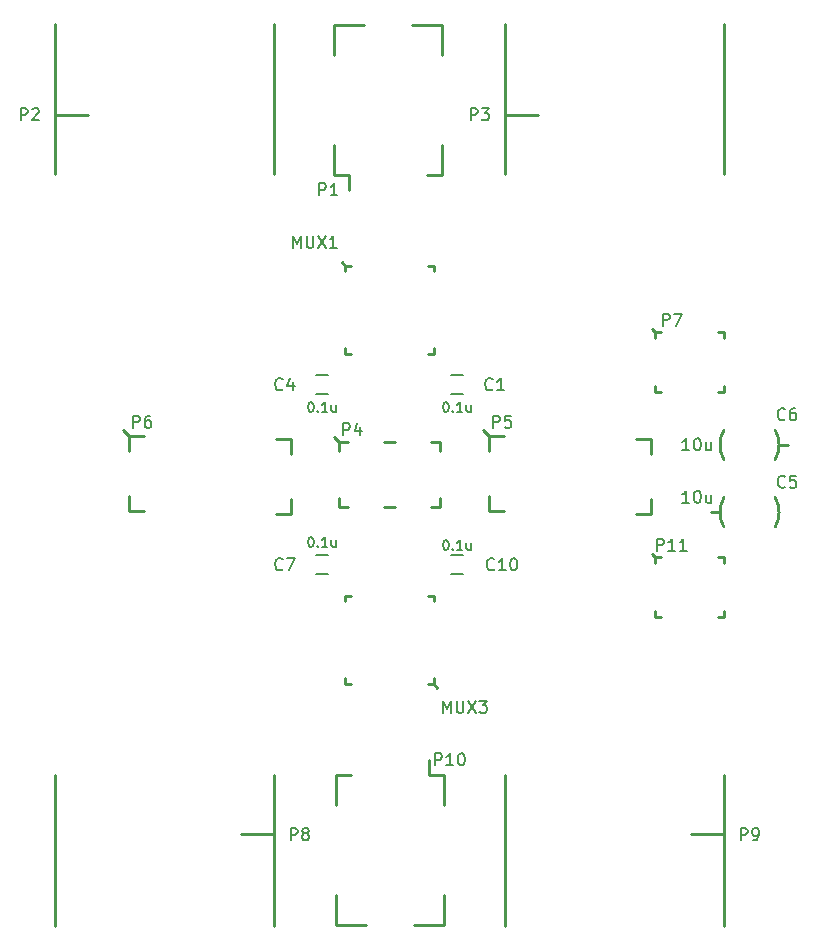
<source format=gto>
G04 (created by PCBNEW (2013-mar-13)-testing) date Mon 31 Mar 2014 04:14:25 PM PDT*
%MOIN*%
G04 Gerber Fmt 3.4, Leading zero omitted, Abs format*
%FSLAX34Y34*%
G01*
G70*
G90*
G04 APERTURE LIST*
%ADD10C,0.001000*%
%ADD11C,0.005906*%
%ADD12C,0.009843*%
%ADD13C,0.008000*%
%ADD14C,0.006000*%
G04 APERTURE END LIST*
G54D10*
G54D11*
X87303Y-45314D02*
X87696Y-45314D01*
X87303Y-44685D02*
X87696Y-44685D01*
X87696Y-50685D02*
X87303Y-50685D01*
X87696Y-51314D02*
X87303Y-51314D01*
X83196Y-50685D02*
X82803Y-50685D01*
X83196Y-51314D02*
X82803Y-51314D01*
X83196Y-44685D02*
X82803Y-44685D01*
X83196Y-45314D02*
X82803Y-45314D01*
G54D12*
X86529Y-52023D02*
X86726Y-52023D01*
X86726Y-52023D02*
X86726Y-52220D01*
X83970Y-52023D02*
X83773Y-52023D01*
X83773Y-52023D02*
X83773Y-52220D01*
X86726Y-54976D02*
X86844Y-55094D01*
X86529Y-54976D02*
X86726Y-54976D01*
X86726Y-54976D02*
X86726Y-54779D01*
X83970Y-54976D02*
X83773Y-54976D01*
X83773Y-54976D02*
X83773Y-54779D01*
X83970Y-43976D02*
X83773Y-43976D01*
X83773Y-43976D02*
X83773Y-43779D01*
X86529Y-43976D02*
X86726Y-43976D01*
X86726Y-43976D02*
X86726Y-43779D01*
X83773Y-41023D02*
X83655Y-40905D01*
X83970Y-41023D02*
X83773Y-41023D01*
X83773Y-41023D02*
X83773Y-41220D01*
X86529Y-41023D02*
X86726Y-41023D01*
X86726Y-41023D02*
X86726Y-41220D01*
X76550Y-46700D02*
X76350Y-46500D01*
X76550Y-47200D02*
X76550Y-46700D01*
X76550Y-46700D02*
X77050Y-46700D01*
X77050Y-49200D02*
X76550Y-49200D01*
X76550Y-49200D02*
X76550Y-48700D01*
X81950Y-48800D02*
X81950Y-49300D01*
X81950Y-49300D02*
X81450Y-49300D01*
X81450Y-46800D02*
X81950Y-46800D01*
X81950Y-46800D02*
X81950Y-47300D01*
X88550Y-46700D02*
X88350Y-46500D01*
X88550Y-47200D02*
X88550Y-46700D01*
X88550Y-46700D02*
X89050Y-46700D01*
X89050Y-49200D02*
X88550Y-49200D01*
X88550Y-49200D02*
X88550Y-48700D01*
X93950Y-48800D02*
X93950Y-49300D01*
X93950Y-49300D02*
X93450Y-49300D01*
X93450Y-46800D02*
X93950Y-46800D01*
X93950Y-46800D02*
X93950Y-47300D01*
X85053Y-46917D02*
X85446Y-46917D01*
X85053Y-49082D02*
X85446Y-49082D01*
X83557Y-46897D02*
X83399Y-46740D01*
X83576Y-47212D02*
X83576Y-46917D01*
X83576Y-46917D02*
X83872Y-46917D01*
X83872Y-49082D02*
X83576Y-49082D01*
X83576Y-49082D02*
X83576Y-48787D01*
X86923Y-48787D02*
X86923Y-49082D01*
X86923Y-49082D02*
X86627Y-49082D01*
X86923Y-46917D02*
X86923Y-47212D01*
X86627Y-46917D02*
X86923Y-46917D01*
X94100Y-43250D02*
X94000Y-43150D01*
X94100Y-43250D02*
X94300Y-43250D01*
X94100Y-43250D02*
X94100Y-43450D01*
X94100Y-45250D02*
X94100Y-45050D01*
X94100Y-45250D02*
X94300Y-45250D01*
X96400Y-45050D02*
X96400Y-45250D01*
X96400Y-45250D02*
X96200Y-45250D01*
X96400Y-43450D02*
X96400Y-43250D01*
X96400Y-43250D02*
X96200Y-43250D01*
X94100Y-50750D02*
X94000Y-50650D01*
X94100Y-50750D02*
X94300Y-50750D01*
X94100Y-50750D02*
X94100Y-50950D01*
X94100Y-52750D02*
X94100Y-52550D01*
X94100Y-52750D02*
X94300Y-52750D01*
X96400Y-52550D02*
X96400Y-52750D01*
X96400Y-52750D02*
X96200Y-52750D01*
X96400Y-50950D02*
X96400Y-50750D01*
X96400Y-50750D02*
X96200Y-50750D01*
X89108Y-58015D02*
X89108Y-63035D01*
X96391Y-59984D02*
X95309Y-59984D01*
X96391Y-58015D02*
X96391Y-63035D01*
X74108Y-58015D02*
X74108Y-63035D01*
X81391Y-59984D02*
X80309Y-59984D01*
X81391Y-58015D02*
X81391Y-63035D01*
X96391Y-37984D02*
X96391Y-32964D01*
X89108Y-36015D02*
X90190Y-36015D01*
X89108Y-37984D02*
X89108Y-32964D01*
X81391Y-37984D02*
X81391Y-32964D01*
X74108Y-36015D02*
X75190Y-36015D01*
X74108Y-37984D02*
X74108Y-32964D01*
X87000Y-37000D02*
X87000Y-38000D01*
X87000Y-38000D02*
X86500Y-38000D01*
X83900Y-38000D02*
X83900Y-38500D01*
X83400Y-38000D02*
X83400Y-37000D01*
X83400Y-38000D02*
X83900Y-38000D01*
X83400Y-33000D02*
X83400Y-34000D01*
X83400Y-33000D02*
X84400Y-33000D01*
X86000Y-33000D02*
X87000Y-33000D01*
X87000Y-33000D02*
X87000Y-34000D01*
X83450Y-59000D02*
X83450Y-58000D01*
X83450Y-58000D02*
X83950Y-58000D01*
X86550Y-58000D02*
X86550Y-57500D01*
X87050Y-58000D02*
X87050Y-59000D01*
X87050Y-58000D02*
X86550Y-58000D01*
X87050Y-63000D02*
X87050Y-62000D01*
X87050Y-63000D02*
X86050Y-63000D01*
X84450Y-63000D02*
X83450Y-63000D01*
X83450Y-63000D02*
X83450Y-62000D01*
X96397Y-47492D02*
G75*
G02X96265Y-47000I852J492D01*
G74*
G01*
X96397Y-46507D02*
G75*
G03X96265Y-47000I852J-492D01*
G74*
G01*
X98234Y-47000D02*
X98529Y-47000D01*
X98102Y-46507D02*
G75*
G02X98234Y-47000I-852J-492D01*
G74*
G01*
X98102Y-47492D02*
G75*
G03X98234Y-47000I-852J492D01*
G74*
G01*
X98102Y-48757D02*
G75*
G02X98234Y-49250I-852J-492D01*
G74*
G01*
X98102Y-49742D02*
G75*
G03X98234Y-49250I-852J492D01*
G74*
G01*
X96265Y-49250D02*
X95970Y-49250D01*
X96397Y-49742D02*
G75*
G02X96265Y-49250I852J492D01*
G74*
G01*
X96397Y-48757D02*
G75*
G03X96265Y-49250I852J-492D01*
G74*
G01*
G54D11*
X88683Y-45142D02*
X88664Y-45161D01*
X88607Y-45180D01*
X88569Y-45180D01*
X88511Y-45161D01*
X88473Y-45123D01*
X88454Y-45085D01*
X88435Y-45009D01*
X88435Y-44952D01*
X88454Y-44876D01*
X88473Y-44838D01*
X88511Y-44800D01*
X88569Y-44780D01*
X88607Y-44780D01*
X88664Y-44800D01*
X88683Y-44819D01*
X89064Y-45180D02*
X88835Y-45180D01*
X88950Y-45180D02*
X88950Y-44780D01*
X88911Y-44838D01*
X88873Y-44876D01*
X88835Y-44895D01*
X87111Y-45574D02*
X87141Y-45574D01*
X87172Y-45590D01*
X87187Y-45605D01*
X87202Y-45635D01*
X87218Y-45696D01*
X87218Y-45772D01*
X87202Y-45833D01*
X87187Y-45864D01*
X87172Y-45879D01*
X87141Y-45894D01*
X87111Y-45894D01*
X87080Y-45879D01*
X87065Y-45864D01*
X87050Y-45833D01*
X87035Y-45772D01*
X87035Y-45696D01*
X87050Y-45635D01*
X87065Y-45605D01*
X87080Y-45590D01*
X87111Y-45574D01*
X87355Y-45864D02*
X87370Y-45879D01*
X87355Y-45894D01*
X87340Y-45879D01*
X87355Y-45864D01*
X87355Y-45894D01*
X87675Y-45894D02*
X87492Y-45894D01*
X87583Y-45894D02*
X87583Y-45574D01*
X87553Y-45620D01*
X87522Y-45650D01*
X87492Y-45666D01*
X87949Y-45681D02*
X87949Y-45894D01*
X87812Y-45681D02*
X87812Y-45849D01*
X87827Y-45879D01*
X87858Y-45894D01*
X87903Y-45894D01*
X87934Y-45879D01*
X87949Y-45864D01*
X88742Y-51142D02*
X88723Y-51161D01*
X88666Y-51180D01*
X88628Y-51180D01*
X88571Y-51161D01*
X88533Y-51123D01*
X88514Y-51085D01*
X88495Y-51009D01*
X88495Y-50952D01*
X88514Y-50876D01*
X88533Y-50838D01*
X88571Y-50800D01*
X88628Y-50780D01*
X88666Y-50780D01*
X88723Y-50800D01*
X88742Y-50819D01*
X89123Y-51180D02*
X88895Y-51180D01*
X89009Y-51180D02*
X89009Y-50780D01*
X88971Y-50838D01*
X88933Y-50876D01*
X88895Y-50895D01*
X89371Y-50780D02*
X89409Y-50780D01*
X89447Y-50800D01*
X89466Y-50819D01*
X89485Y-50857D01*
X89504Y-50933D01*
X89504Y-51028D01*
X89485Y-51104D01*
X89466Y-51142D01*
X89447Y-51161D01*
X89409Y-51180D01*
X89371Y-51180D01*
X89333Y-51161D01*
X89314Y-51142D01*
X89295Y-51104D01*
X89276Y-51028D01*
X89276Y-50933D01*
X89295Y-50857D01*
X89314Y-50819D01*
X89333Y-50800D01*
X89371Y-50780D01*
X87111Y-50174D02*
X87141Y-50174D01*
X87172Y-50190D01*
X87187Y-50205D01*
X87202Y-50235D01*
X87218Y-50296D01*
X87218Y-50372D01*
X87202Y-50433D01*
X87187Y-50464D01*
X87172Y-50479D01*
X87141Y-50494D01*
X87111Y-50494D01*
X87080Y-50479D01*
X87065Y-50464D01*
X87050Y-50433D01*
X87035Y-50372D01*
X87035Y-50296D01*
X87050Y-50235D01*
X87065Y-50205D01*
X87080Y-50190D01*
X87111Y-50174D01*
X87355Y-50464D02*
X87370Y-50479D01*
X87355Y-50494D01*
X87340Y-50479D01*
X87355Y-50464D01*
X87355Y-50494D01*
X87675Y-50494D02*
X87492Y-50494D01*
X87583Y-50494D02*
X87583Y-50174D01*
X87553Y-50220D01*
X87522Y-50250D01*
X87492Y-50266D01*
X87949Y-50281D02*
X87949Y-50494D01*
X87812Y-50281D02*
X87812Y-50449D01*
X87827Y-50479D01*
X87858Y-50494D01*
X87903Y-50494D01*
X87934Y-50479D01*
X87949Y-50464D01*
X81683Y-51142D02*
X81664Y-51161D01*
X81607Y-51180D01*
X81569Y-51180D01*
X81511Y-51161D01*
X81473Y-51123D01*
X81454Y-51085D01*
X81435Y-51009D01*
X81435Y-50952D01*
X81454Y-50876D01*
X81473Y-50838D01*
X81511Y-50800D01*
X81569Y-50780D01*
X81607Y-50780D01*
X81664Y-50800D01*
X81683Y-50819D01*
X81816Y-50780D02*
X82083Y-50780D01*
X81911Y-51180D01*
X82611Y-50074D02*
X82641Y-50074D01*
X82672Y-50090D01*
X82687Y-50105D01*
X82702Y-50135D01*
X82718Y-50196D01*
X82718Y-50272D01*
X82702Y-50333D01*
X82687Y-50364D01*
X82672Y-50379D01*
X82641Y-50394D01*
X82611Y-50394D01*
X82580Y-50379D01*
X82565Y-50364D01*
X82550Y-50333D01*
X82535Y-50272D01*
X82535Y-50196D01*
X82550Y-50135D01*
X82565Y-50105D01*
X82580Y-50090D01*
X82611Y-50074D01*
X82855Y-50364D02*
X82870Y-50379D01*
X82855Y-50394D01*
X82840Y-50379D01*
X82855Y-50364D01*
X82855Y-50394D01*
X83175Y-50394D02*
X82992Y-50394D01*
X83083Y-50394D02*
X83083Y-50074D01*
X83053Y-50120D01*
X83022Y-50150D01*
X82992Y-50166D01*
X83449Y-50181D02*
X83449Y-50394D01*
X83312Y-50181D02*
X83312Y-50349D01*
X83327Y-50379D01*
X83358Y-50394D01*
X83403Y-50394D01*
X83434Y-50379D01*
X83449Y-50364D01*
X81683Y-45142D02*
X81664Y-45161D01*
X81607Y-45180D01*
X81569Y-45180D01*
X81511Y-45161D01*
X81473Y-45123D01*
X81454Y-45085D01*
X81435Y-45009D01*
X81435Y-44952D01*
X81454Y-44876D01*
X81473Y-44838D01*
X81511Y-44800D01*
X81569Y-44780D01*
X81607Y-44780D01*
X81664Y-44800D01*
X81683Y-44819D01*
X82026Y-44914D02*
X82026Y-45180D01*
X81930Y-44761D02*
X81835Y-45047D01*
X82083Y-45047D01*
X82611Y-45574D02*
X82641Y-45574D01*
X82672Y-45590D01*
X82687Y-45605D01*
X82702Y-45635D01*
X82718Y-45696D01*
X82718Y-45772D01*
X82702Y-45833D01*
X82687Y-45864D01*
X82672Y-45879D01*
X82641Y-45894D01*
X82611Y-45894D01*
X82580Y-45879D01*
X82565Y-45864D01*
X82550Y-45833D01*
X82535Y-45772D01*
X82535Y-45696D01*
X82550Y-45635D01*
X82565Y-45605D01*
X82580Y-45590D01*
X82611Y-45574D01*
X82855Y-45864D02*
X82870Y-45879D01*
X82855Y-45894D01*
X82840Y-45879D01*
X82855Y-45864D01*
X82855Y-45894D01*
X83175Y-45894D02*
X82992Y-45894D01*
X83083Y-45894D02*
X83083Y-45574D01*
X83053Y-45620D01*
X83022Y-45650D01*
X82992Y-45666D01*
X83449Y-45681D02*
X83449Y-45894D01*
X83312Y-45681D02*
X83312Y-45849D01*
X83327Y-45879D01*
X83358Y-45894D01*
X83403Y-45894D01*
X83434Y-45879D01*
X83449Y-45864D01*
G54D13*
X87026Y-55930D02*
X87026Y-55530D01*
X87159Y-55816D01*
X87292Y-55530D01*
X87292Y-55930D01*
X87483Y-55530D02*
X87483Y-55854D01*
X87502Y-55892D01*
X87521Y-55911D01*
X87559Y-55930D01*
X87635Y-55930D01*
X87673Y-55911D01*
X87692Y-55892D01*
X87711Y-55854D01*
X87711Y-55530D01*
X87864Y-55530D02*
X88130Y-55930D01*
X88130Y-55530D02*
X87864Y-55930D01*
X88245Y-55530D02*
X88492Y-55530D01*
X88359Y-55683D01*
X88416Y-55683D01*
X88454Y-55702D01*
X88473Y-55721D01*
X88492Y-55759D01*
X88492Y-55854D01*
X88473Y-55892D01*
X88454Y-55911D01*
X88416Y-55930D01*
X88302Y-55930D01*
X88264Y-55911D01*
X88245Y-55892D01*
X82026Y-40430D02*
X82026Y-40030D01*
X82159Y-40316D01*
X82292Y-40030D01*
X82292Y-40430D01*
X82483Y-40030D02*
X82483Y-40354D01*
X82502Y-40392D01*
X82521Y-40411D01*
X82559Y-40430D01*
X82635Y-40430D01*
X82673Y-40411D01*
X82692Y-40392D01*
X82711Y-40354D01*
X82711Y-40030D01*
X82864Y-40030D02*
X83130Y-40430D01*
X83130Y-40030D02*
X82864Y-40430D01*
X83492Y-40430D02*
X83264Y-40430D01*
X83378Y-40430D02*
X83378Y-40030D01*
X83340Y-40088D01*
X83302Y-40126D01*
X83264Y-40145D01*
X76704Y-46430D02*
X76704Y-46030D01*
X76857Y-46030D01*
X76895Y-46050D01*
X76914Y-46069D01*
X76933Y-46107D01*
X76933Y-46164D01*
X76914Y-46202D01*
X76895Y-46221D01*
X76857Y-46240D01*
X76704Y-46240D01*
X77276Y-46030D02*
X77200Y-46030D01*
X77161Y-46050D01*
X77142Y-46069D01*
X77104Y-46126D01*
X77085Y-46202D01*
X77085Y-46354D01*
X77104Y-46392D01*
X77123Y-46411D01*
X77161Y-46430D01*
X77238Y-46430D01*
X77276Y-46411D01*
X77295Y-46392D01*
X77314Y-46354D01*
X77314Y-46259D01*
X77295Y-46221D01*
X77276Y-46202D01*
X77238Y-46183D01*
X77161Y-46183D01*
X77123Y-46202D01*
X77104Y-46221D01*
X77085Y-46259D01*
X88704Y-46430D02*
X88704Y-46030D01*
X88857Y-46030D01*
X88895Y-46050D01*
X88914Y-46069D01*
X88933Y-46107D01*
X88933Y-46164D01*
X88914Y-46202D01*
X88895Y-46221D01*
X88857Y-46240D01*
X88704Y-46240D01*
X89295Y-46030D02*
X89104Y-46030D01*
X89085Y-46221D01*
X89104Y-46202D01*
X89142Y-46183D01*
X89238Y-46183D01*
X89276Y-46202D01*
X89295Y-46221D01*
X89314Y-46259D01*
X89314Y-46354D01*
X89295Y-46392D01*
X89276Y-46411D01*
X89238Y-46430D01*
X89142Y-46430D01*
X89104Y-46411D01*
X89085Y-46392D01*
X83704Y-46680D02*
X83704Y-46280D01*
X83857Y-46280D01*
X83895Y-46300D01*
X83914Y-46319D01*
X83933Y-46357D01*
X83933Y-46414D01*
X83914Y-46452D01*
X83895Y-46471D01*
X83857Y-46490D01*
X83704Y-46490D01*
X84276Y-46414D02*
X84276Y-46680D01*
X84180Y-46261D02*
X84085Y-46547D01*
X84333Y-46547D01*
X94354Y-43030D02*
X94354Y-42630D01*
X94507Y-42630D01*
X94545Y-42650D01*
X94564Y-42669D01*
X94583Y-42707D01*
X94583Y-42764D01*
X94564Y-42802D01*
X94545Y-42821D01*
X94507Y-42840D01*
X94354Y-42840D01*
X94716Y-42630D02*
X94983Y-42630D01*
X94811Y-43030D01*
X94164Y-50530D02*
X94164Y-50130D01*
X94316Y-50130D01*
X94354Y-50150D01*
X94373Y-50169D01*
X94392Y-50207D01*
X94392Y-50264D01*
X94373Y-50302D01*
X94354Y-50321D01*
X94316Y-50340D01*
X94164Y-50340D01*
X94773Y-50530D02*
X94545Y-50530D01*
X94659Y-50530D02*
X94659Y-50130D01*
X94621Y-50188D01*
X94583Y-50226D01*
X94545Y-50245D01*
X95154Y-50530D02*
X94926Y-50530D01*
X95040Y-50530D02*
X95040Y-50130D01*
X95002Y-50188D01*
X94964Y-50226D01*
X94926Y-50245D01*
X96954Y-60180D02*
X96954Y-59780D01*
X97107Y-59780D01*
X97145Y-59800D01*
X97164Y-59819D01*
X97183Y-59857D01*
X97183Y-59914D01*
X97164Y-59952D01*
X97145Y-59971D01*
X97107Y-59990D01*
X96954Y-59990D01*
X97373Y-60180D02*
X97450Y-60180D01*
X97488Y-60161D01*
X97507Y-60142D01*
X97545Y-60085D01*
X97564Y-60009D01*
X97564Y-59857D01*
X97545Y-59819D01*
X97526Y-59800D01*
X97488Y-59780D01*
X97411Y-59780D01*
X97373Y-59800D01*
X97354Y-59819D01*
X97335Y-59857D01*
X97335Y-59952D01*
X97354Y-59990D01*
X97373Y-60009D01*
X97411Y-60028D01*
X97488Y-60028D01*
X97526Y-60009D01*
X97545Y-59990D01*
X97564Y-59952D01*
X81954Y-60180D02*
X81954Y-59780D01*
X82107Y-59780D01*
X82145Y-59800D01*
X82164Y-59819D01*
X82183Y-59857D01*
X82183Y-59914D01*
X82164Y-59952D01*
X82145Y-59971D01*
X82107Y-59990D01*
X81954Y-59990D01*
X82411Y-59952D02*
X82373Y-59933D01*
X82354Y-59914D01*
X82335Y-59876D01*
X82335Y-59857D01*
X82354Y-59819D01*
X82373Y-59800D01*
X82411Y-59780D01*
X82488Y-59780D01*
X82526Y-59800D01*
X82545Y-59819D01*
X82564Y-59857D01*
X82564Y-59876D01*
X82545Y-59914D01*
X82526Y-59933D01*
X82488Y-59952D01*
X82411Y-59952D01*
X82373Y-59971D01*
X82354Y-59990D01*
X82335Y-60028D01*
X82335Y-60104D01*
X82354Y-60142D01*
X82373Y-60161D01*
X82411Y-60180D01*
X82488Y-60180D01*
X82526Y-60161D01*
X82545Y-60142D01*
X82564Y-60104D01*
X82564Y-60028D01*
X82545Y-59990D01*
X82526Y-59971D01*
X82488Y-59952D01*
X87954Y-36180D02*
X87954Y-35780D01*
X88107Y-35780D01*
X88145Y-35800D01*
X88164Y-35819D01*
X88183Y-35857D01*
X88183Y-35914D01*
X88164Y-35952D01*
X88145Y-35971D01*
X88107Y-35990D01*
X87954Y-35990D01*
X88316Y-35780D02*
X88564Y-35780D01*
X88430Y-35933D01*
X88488Y-35933D01*
X88526Y-35952D01*
X88545Y-35971D01*
X88564Y-36009D01*
X88564Y-36104D01*
X88545Y-36142D01*
X88526Y-36161D01*
X88488Y-36180D01*
X88373Y-36180D01*
X88335Y-36161D01*
X88316Y-36142D01*
X72954Y-36180D02*
X72954Y-35780D01*
X73107Y-35780D01*
X73145Y-35800D01*
X73164Y-35819D01*
X73183Y-35857D01*
X73183Y-35914D01*
X73164Y-35952D01*
X73145Y-35971D01*
X73107Y-35990D01*
X72954Y-35990D01*
X73335Y-35819D02*
X73354Y-35800D01*
X73392Y-35780D01*
X73488Y-35780D01*
X73526Y-35800D01*
X73545Y-35819D01*
X73564Y-35857D01*
X73564Y-35895D01*
X73545Y-35952D01*
X73316Y-36180D01*
X73564Y-36180D01*
X82904Y-38680D02*
X82904Y-38280D01*
X83057Y-38280D01*
X83095Y-38300D01*
X83114Y-38319D01*
X83133Y-38357D01*
X83133Y-38414D01*
X83114Y-38452D01*
X83095Y-38471D01*
X83057Y-38490D01*
X82904Y-38490D01*
X83514Y-38680D02*
X83285Y-38680D01*
X83400Y-38680D02*
X83400Y-38280D01*
X83361Y-38338D01*
X83323Y-38376D01*
X83285Y-38395D01*
X86764Y-57680D02*
X86764Y-57280D01*
X86916Y-57280D01*
X86954Y-57300D01*
X86973Y-57319D01*
X86992Y-57357D01*
X86992Y-57414D01*
X86973Y-57452D01*
X86954Y-57471D01*
X86916Y-57490D01*
X86764Y-57490D01*
X87373Y-57680D02*
X87145Y-57680D01*
X87259Y-57680D02*
X87259Y-57280D01*
X87221Y-57338D01*
X87183Y-57376D01*
X87145Y-57395D01*
X87621Y-57280D02*
X87659Y-57280D01*
X87697Y-57300D01*
X87716Y-57319D01*
X87735Y-57357D01*
X87754Y-57433D01*
X87754Y-57528D01*
X87735Y-57604D01*
X87716Y-57642D01*
X87697Y-57661D01*
X87659Y-57680D01*
X87621Y-57680D01*
X87583Y-57661D01*
X87564Y-57642D01*
X87545Y-57604D01*
X87526Y-57528D01*
X87526Y-57433D01*
X87545Y-57357D01*
X87564Y-57319D01*
X87583Y-57300D01*
X87621Y-57280D01*
X98433Y-46142D02*
X98414Y-46161D01*
X98357Y-46180D01*
X98319Y-46180D01*
X98261Y-46161D01*
X98223Y-46123D01*
X98204Y-46085D01*
X98185Y-46009D01*
X98185Y-45952D01*
X98204Y-45876D01*
X98223Y-45838D01*
X98261Y-45800D01*
X98319Y-45780D01*
X98357Y-45780D01*
X98414Y-45800D01*
X98433Y-45819D01*
X98776Y-45780D02*
X98700Y-45780D01*
X98661Y-45800D01*
X98642Y-45819D01*
X98604Y-45876D01*
X98585Y-45952D01*
X98585Y-46104D01*
X98604Y-46142D01*
X98623Y-46161D01*
X98661Y-46180D01*
X98738Y-46180D01*
X98776Y-46161D01*
X98795Y-46142D01*
X98814Y-46104D01*
X98814Y-46009D01*
X98795Y-45971D01*
X98776Y-45952D01*
X98738Y-45933D01*
X98661Y-45933D01*
X98623Y-45952D01*
X98604Y-45971D01*
X98585Y-46009D01*
G54D14*
X95242Y-47180D02*
X95014Y-47180D01*
X95128Y-47180D02*
X95128Y-46780D01*
X95090Y-46838D01*
X95052Y-46876D01*
X95014Y-46895D01*
X95490Y-46780D02*
X95528Y-46780D01*
X95566Y-46800D01*
X95585Y-46819D01*
X95604Y-46857D01*
X95623Y-46933D01*
X95623Y-47028D01*
X95604Y-47104D01*
X95585Y-47142D01*
X95566Y-47161D01*
X95528Y-47180D01*
X95490Y-47180D01*
X95452Y-47161D01*
X95433Y-47142D01*
X95414Y-47104D01*
X95395Y-47028D01*
X95395Y-46933D01*
X95414Y-46857D01*
X95433Y-46819D01*
X95452Y-46800D01*
X95490Y-46780D01*
X95966Y-46914D02*
X95966Y-47180D01*
X95795Y-46914D02*
X95795Y-47123D01*
X95814Y-47161D01*
X95852Y-47180D01*
X95909Y-47180D01*
X95947Y-47161D01*
X95966Y-47142D01*
G54D13*
X98433Y-48392D02*
X98414Y-48411D01*
X98357Y-48430D01*
X98319Y-48430D01*
X98261Y-48411D01*
X98223Y-48373D01*
X98204Y-48335D01*
X98185Y-48259D01*
X98185Y-48202D01*
X98204Y-48126D01*
X98223Y-48088D01*
X98261Y-48050D01*
X98319Y-48030D01*
X98357Y-48030D01*
X98414Y-48050D01*
X98433Y-48069D01*
X98795Y-48030D02*
X98604Y-48030D01*
X98585Y-48221D01*
X98604Y-48202D01*
X98642Y-48183D01*
X98738Y-48183D01*
X98776Y-48202D01*
X98795Y-48221D01*
X98814Y-48259D01*
X98814Y-48354D01*
X98795Y-48392D01*
X98776Y-48411D01*
X98738Y-48430D01*
X98642Y-48430D01*
X98604Y-48411D01*
X98585Y-48392D01*
G54D14*
X95242Y-48930D02*
X95014Y-48930D01*
X95128Y-48930D02*
X95128Y-48530D01*
X95090Y-48588D01*
X95052Y-48626D01*
X95014Y-48645D01*
X95490Y-48530D02*
X95528Y-48530D01*
X95566Y-48550D01*
X95585Y-48569D01*
X95604Y-48607D01*
X95623Y-48683D01*
X95623Y-48778D01*
X95604Y-48854D01*
X95585Y-48892D01*
X95566Y-48911D01*
X95528Y-48930D01*
X95490Y-48930D01*
X95452Y-48911D01*
X95433Y-48892D01*
X95414Y-48854D01*
X95395Y-48778D01*
X95395Y-48683D01*
X95414Y-48607D01*
X95433Y-48569D01*
X95452Y-48550D01*
X95490Y-48530D01*
X95966Y-48664D02*
X95966Y-48930D01*
X95795Y-48664D02*
X95795Y-48873D01*
X95814Y-48911D01*
X95852Y-48930D01*
X95909Y-48930D01*
X95947Y-48911D01*
X95966Y-48892D01*
M02*

</source>
